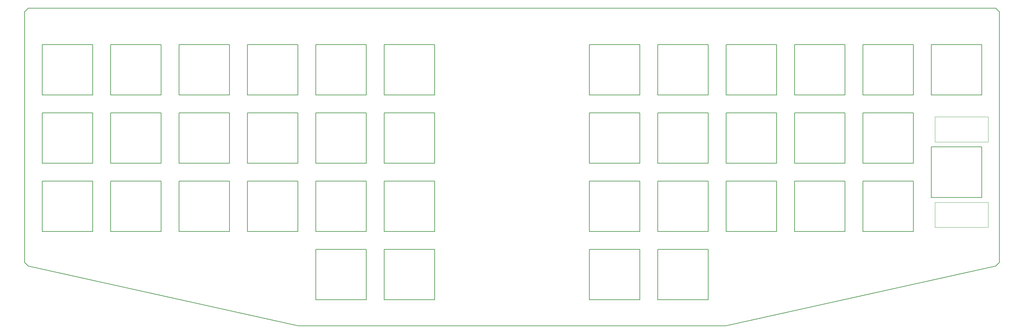
<source format=gbr>
G04 #@! TF.GenerationSoftware,KiCad,Pcbnew,7.0.10*
G04 #@! TF.CreationDate,2024-03-22T12:33:34+09:00*
G04 #@! TF.ProjectId,first_keyboard,66697273-745f-46b6-9579-626f6172642e,rev?*
G04 #@! TF.SameCoordinates,Original*
G04 #@! TF.FileFunction,Profile,NP*
%FSLAX46Y46*%
G04 Gerber Fmt 4.6, Leading zero omitted, Abs format (unit mm)*
G04 Created by KiCad (PCBNEW 7.0.10) date 2024-03-22 12:33:34*
%MOMM*%
%LPD*%
G01*
G04 APERTURE LIST*
G04 #@! TA.AperFunction,Profile*
%ADD10C,0.200000*%
G04 #@! TD*
G04 #@! TA.AperFunction,Profile*
%ADD11C,0.150000*%
G04 #@! TD*
G04 #@! TA.AperFunction,Profile*
%ADD12C,0.120000*%
G04 #@! TD*
G04 APERTURE END LIST*
D10*
X282368750Y-100012500D02*
X207168750Y-116681250D01*
X283368750Y-29075000D02*
X283368750Y-99012500D01*
X283368750Y-99012500D02*
X282368750Y-100012500D01*
X282368750Y-28075000D02*
X283368750Y-29075000D01*
X11906250Y-99012500D02*
X11906250Y-29075000D01*
X207168750Y-116681250D02*
X88106250Y-116681250D01*
X88106250Y-116681250D02*
X12906250Y-100012500D01*
X12906250Y-28075000D02*
X282368750Y-28075000D01*
X12906250Y-28075000D02*
X11906250Y-29075000D01*
X11906250Y-99012500D02*
X12906250Y-100012500D01*
D11*
X207262500Y-76293750D02*
X221362500Y-76293750D01*
X207262500Y-90393750D02*
X207262500Y-76293750D01*
X221362500Y-76293750D02*
X221362500Y-90393750D01*
X221362500Y-90393750D02*
X207262500Y-90393750D01*
X54862500Y-38193750D02*
X68962500Y-38193750D01*
X54862500Y-52293750D02*
X54862500Y-38193750D01*
X68962500Y-38193750D02*
X68962500Y-52293750D01*
X68962500Y-52293750D02*
X54862500Y-52293750D01*
X35812500Y-57243750D02*
X49912500Y-57243750D01*
X35812500Y-71343750D02*
X35812500Y-57243750D01*
X49912500Y-57243750D02*
X49912500Y-71343750D01*
X49912500Y-71343750D02*
X35812500Y-71343750D01*
X16762500Y-38193750D02*
X30862500Y-38193750D01*
X16762500Y-52293750D02*
X16762500Y-38193750D01*
X30862500Y-38193750D02*
X30862500Y-52293750D01*
X30862500Y-52293750D02*
X16762500Y-52293750D01*
X207262500Y-38193750D02*
X221362500Y-38193750D01*
X207262500Y-52293750D02*
X207262500Y-38193750D01*
X221362500Y-38193750D02*
X221362500Y-52293750D01*
X221362500Y-52293750D02*
X207262500Y-52293750D01*
X207262500Y-57243750D02*
X221362500Y-57243750D01*
X207262500Y-71343750D02*
X207262500Y-57243750D01*
X221362500Y-57243750D02*
X221362500Y-71343750D01*
X221362500Y-71343750D02*
X207262500Y-71343750D01*
X188212500Y-38193750D02*
X202312500Y-38193750D01*
X188212500Y-52293750D02*
X188212500Y-38193750D01*
X202312500Y-38193750D02*
X202312500Y-52293750D01*
X202312500Y-52293750D02*
X188212500Y-52293750D01*
X188212500Y-95343750D02*
X202312500Y-95343750D01*
X188212500Y-109443750D02*
X188212500Y-95343750D01*
X202312500Y-95343750D02*
X202312500Y-109443750D01*
X202312500Y-109443750D02*
X188212500Y-109443750D01*
X169162500Y-76293750D02*
X183262500Y-76293750D01*
X169162500Y-90393750D02*
X169162500Y-76293750D01*
X183262500Y-76293750D02*
X183262500Y-90393750D01*
X183262500Y-90393750D02*
X169162500Y-90393750D01*
X16762500Y-57243750D02*
X30862500Y-57243750D01*
X16762500Y-71343750D02*
X16762500Y-57243750D01*
X30862500Y-57243750D02*
X30862500Y-71343750D01*
X30862500Y-71343750D02*
X16762500Y-71343750D01*
X112012500Y-38193750D02*
X126112500Y-38193750D01*
X112012500Y-52293750D02*
X112012500Y-38193750D01*
X126112500Y-38193750D02*
X126112500Y-52293750D01*
X126112500Y-52293750D02*
X112012500Y-52293750D01*
X112012500Y-57243750D02*
X126112500Y-57243750D01*
X112012500Y-71343750D02*
X112012500Y-57243750D01*
X126112500Y-57243750D02*
X126112500Y-71343750D01*
X126112500Y-71343750D02*
X112012500Y-71343750D01*
X264412500Y-38193750D02*
X278512500Y-38193750D01*
X264412500Y-52293750D02*
X264412500Y-38193750D01*
X278512500Y-38193750D02*
X278512500Y-52293750D01*
X278512500Y-52293750D02*
X264412500Y-52293750D01*
X92962500Y-38193750D02*
X107062500Y-38193750D01*
X92962500Y-52293750D02*
X92962500Y-38193750D01*
X107062500Y-38193750D02*
X107062500Y-52293750D01*
X107062500Y-52293750D02*
X92962500Y-52293750D01*
X35812500Y-76293750D02*
X49912500Y-76293750D01*
X35812500Y-90393750D02*
X35812500Y-76293750D01*
X49912500Y-76293750D02*
X49912500Y-90393750D01*
X49912500Y-90393750D02*
X35812500Y-90393750D01*
D12*
X265462500Y-89218750D02*
X265462500Y-82218750D01*
X280262500Y-89218750D02*
X265462500Y-89218750D01*
X265462500Y-82218750D02*
X280262500Y-82218750D01*
X280262500Y-82218750D02*
X280262500Y-89218750D01*
D11*
X264412500Y-80868750D02*
X264412500Y-66768750D01*
X278512500Y-80868750D02*
X264412500Y-80868750D01*
X264412500Y-66768750D02*
X278512500Y-66768750D01*
X278512500Y-66768750D02*
X278512500Y-80868750D01*
D12*
X265462500Y-65418750D02*
X280262500Y-65418750D01*
X280262500Y-65418750D02*
X280262500Y-58418750D01*
X265462500Y-58418750D02*
X265462500Y-65418750D01*
X280262500Y-58418750D02*
X265462500Y-58418750D01*
D11*
X188212500Y-76293750D02*
X202312500Y-76293750D01*
X188212500Y-90393750D02*
X188212500Y-76293750D01*
X202312500Y-76293750D02*
X202312500Y-90393750D01*
X202312500Y-90393750D02*
X188212500Y-90393750D01*
X54862500Y-57243750D02*
X68962500Y-57243750D01*
X54862500Y-71343750D02*
X54862500Y-57243750D01*
X68962500Y-57243750D02*
X68962500Y-71343750D01*
X68962500Y-71343750D02*
X54862500Y-71343750D01*
X73912500Y-76293750D02*
X88012500Y-76293750D01*
X73912500Y-90393750D02*
X73912500Y-76293750D01*
X88012500Y-76293750D02*
X88012500Y-90393750D01*
X88012500Y-90393750D02*
X73912500Y-90393750D01*
X169162500Y-95343750D02*
X183262500Y-95343750D01*
X169162500Y-109443750D02*
X169162500Y-95343750D01*
X183262500Y-95343750D02*
X183262500Y-109443750D01*
X183262500Y-109443750D02*
X169162500Y-109443750D01*
X245362500Y-76293750D02*
X259462500Y-76293750D01*
X245362500Y-90393750D02*
X245362500Y-76293750D01*
X259462500Y-76293750D02*
X259462500Y-90393750D01*
X259462500Y-90393750D02*
X245362500Y-90393750D01*
X245362500Y-57243750D02*
X259462500Y-57243750D01*
X245362500Y-71343750D02*
X245362500Y-57243750D01*
X259462500Y-57243750D02*
X259462500Y-71343750D01*
X259462500Y-71343750D02*
X245362500Y-71343750D01*
X92962500Y-76293750D02*
X107062500Y-76293750D01*
X92962500Y-90393750D02*
X92962500Y-76293750D01*
X107062500Y-76293750D02*
X107062500Y-90393750D01*
X107062500Y-90393750D02*
X92962500Y-90393750D01*
X92962500Y-95343750D02*
X107062500Y-95343750D01*
X92962500Y-109443750D02*
X92962500Y-95343750D01*
X107062500Y-95343750D02*
X107062500Y-109443750D01*
X107062500Y-109443750D02*
X92962500Y-109443750D01*
X245362500Y-38193750D02*
X259462500Y-38193750D01*
X245362500Y-52293750D02*
X245362500Y-38193750D01*
X259462500Y-38193750D02*
X259462500Y-52293750D01*
X259462500Y-52293750D02*
X245362500Y-52293750D01*
X112012500Y-76293750D02*
X126112500Y-76293750D01*
X112012500Y-90393750D02*
X112012500Y-76293750D01*
X126112500Y-76293750D02*
X126112500Y-90393750D01*
X126112500Y-90393750D02*
X112012500Y-90393750D01*
X54862500Y-76293750D02*
X68962500Y-76293750D01*
X54862500Y-90393750D02*
X54862500Y-76293750D01*
X68962500Y-76293750D02*
X68962500Y-90393750D01*
X68962500Y-90393750D02*
X54862500Y-90393750D01*
X169162500Y-38193750D02*
X183262500Y-38193750D01*
X169162500Y-52293750D02*
X169162500Y-38193750D01*
X183262500Y-38193750D02*
X183262500Y-52293750D01*
X183262500Y-52293750D02*
X169162500Y-52293750D01*
X16762500Y-76293750D02*
X30862500Y-76293750D01*
X16762500Y-90393750D02*
X16762500Y-76293750D01*
X30862500Y-76293750D02*
X30862500Y-90393750D01*
X30862500Y-90393750D02*
X16762500Y-90393750D01*
X169162500Y-57243750D02*
X183262500Y-57243750D01*
X169162500Y-71343750D02*
X169162500Y-57243750D01*
X183262500Y-57243750D02*
X183262500Y-71343750D01*
X183262500Y-71343750D02*
X169162500Y-71343750D01*
X92962500Y-57243750D02*
X107062500Y-57243750D01*
X92962500Y-71343750D02*
X92962500Y-57243750D01*
X107062500Y-57243750D02*
X107062500Y-71343750D01*
X107062500Y-71343750D02*
X92962500Y-71343750D01*
X35812500Y-38193750D02*
X49912500Y-38193750D01*
X35812500Y-52293750D02*
X35812500Y-38193750D01*
X49912500Y-38193750D02*
X49912500Y-52293750D01*
X49912500Y-52293750D02*
X35812500Y-52293750D01*
X73912500Y-57243750D02*
X88012500Y-57243750D01*
X73912500Y-71343750D02*
X73912500Y-57243750D01*
X88012500Y-57243750D02*
X88012500Y-71343750D01*
X88012500Y-71343750D02*
X73912500Y-71343750D01*
X226312500Y-76293750D02*
X240412500Y-76293750D01*
X226312500Y-90393750D02*
X226312500Y-76293750D01*
X240412500Y-76293750D02*
X240412500Y-90393750D01*
X240412500Y-90393750D02*
X226312500Y-90393750D01*
X226312500Y-38193750D02*
X240412500Y-38193750D01*
X226312500Y-52293750D02*
X226312500Y-38193750D01*
X240412500Y-38193750D02*
X240412500Y-52293750D01*
X240412500Y-52293750D02*
X226312500Y-52293750D01*
X73912500Y-38193750D02*
X88012500Y-38193750D01*
X73912500Y-52293750D02*
X73912500Y-38193750D01*
X88012500Y-38193750D02*
X88012500Y-52293750D01*
X88012500Y-52293750D02*
X73912500Y-52293750D01*
X226312500Y-57243750D02*
X240412500Y-57243750D01*
X226312500Y-71343750D02*
X226312500Y-57243750D01*
X240412500Y-57243750D02*
X240412500Y-71343750D01*
X240412500Y-71343750D02*
X226312500Y-71343750D01*
X112012500Y-95343750D02*
X126112500Y-95343750D01*
X112012500Y-109443750D02*
X112012500Y-95343750D01*
X126112500Y-95343750D02*
X126112500Y-109443750D01*
X126112500Y-109443750D02*
X112012500Y-109443750D01*
X188212500Y-57243750D02*
X202312500Y-57243750D01*
X188212500Y-71343750D02*
X188212500Y-57243750D01*
X202312500Y-57243750D02*
X202312500Y-71343750D01*
X202312500Y-71343750D02*
X188212500Y-71343750D01*
M02*

</source>
